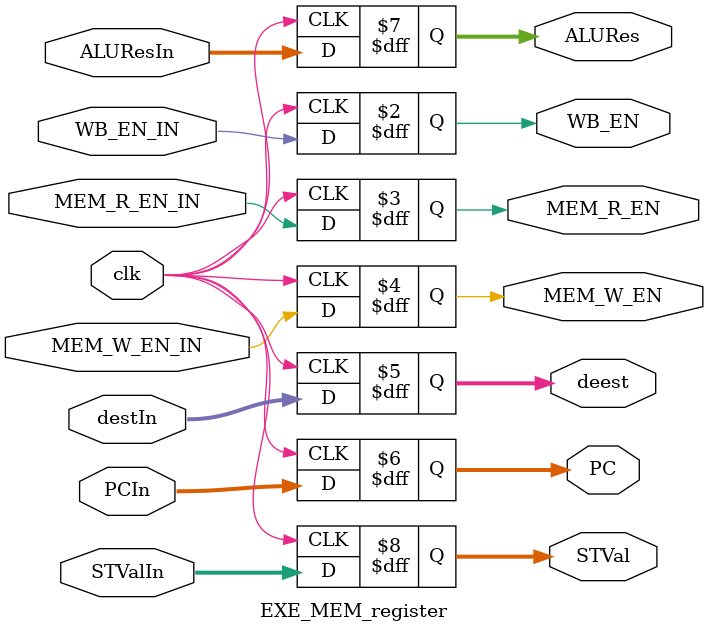
<source format=v>
module EXE_MEM_register(clk, WB_EN_IN, MEM_R_EN_IN, MEM_W_EN_IN, PCIn, ALUResIn,
 STValIn, destIn,WB_EN, MEM_R_EN, MEM_W_EN, PC, ALURes, STVal, deest);
  input clk;
  
  // TO BE REGISTERED FOR ID STAGE
  input WB_EN_IN;  //RegWrite
  input MEM_R_EN_IN; //MemRead 
  input MEM_W_EN_IN;  //MemWrite
  input [4:0] destIn;  //write register
  input [31:0] PCIn, ALUResIn, STValIn;
  
  // REGISTERED VALUES FOR ID STAGE
  output reg WB_EN; //RegWrite
  output reg MEM_R_EN; //MemRead 
  output reg MEM_W_EN;  //MemWrite
  output reg [4:0] deest; //write register
  output reg [31:0] PC, ALURes, STVal;

  always @ (posedge clk) 
  begin
    
      WB_EN <= WB_EN_IN;
      MEM_R_EN <= MEM_R_EN_IN;
      MEM_W_EN <= MEM_W_EN_IN;
      PC <= PCIn;
      ALURes <= ALUResIn;
      STVal <= STValIn;
      deest <= destIn;
    end
 
endmodule 

</source>
